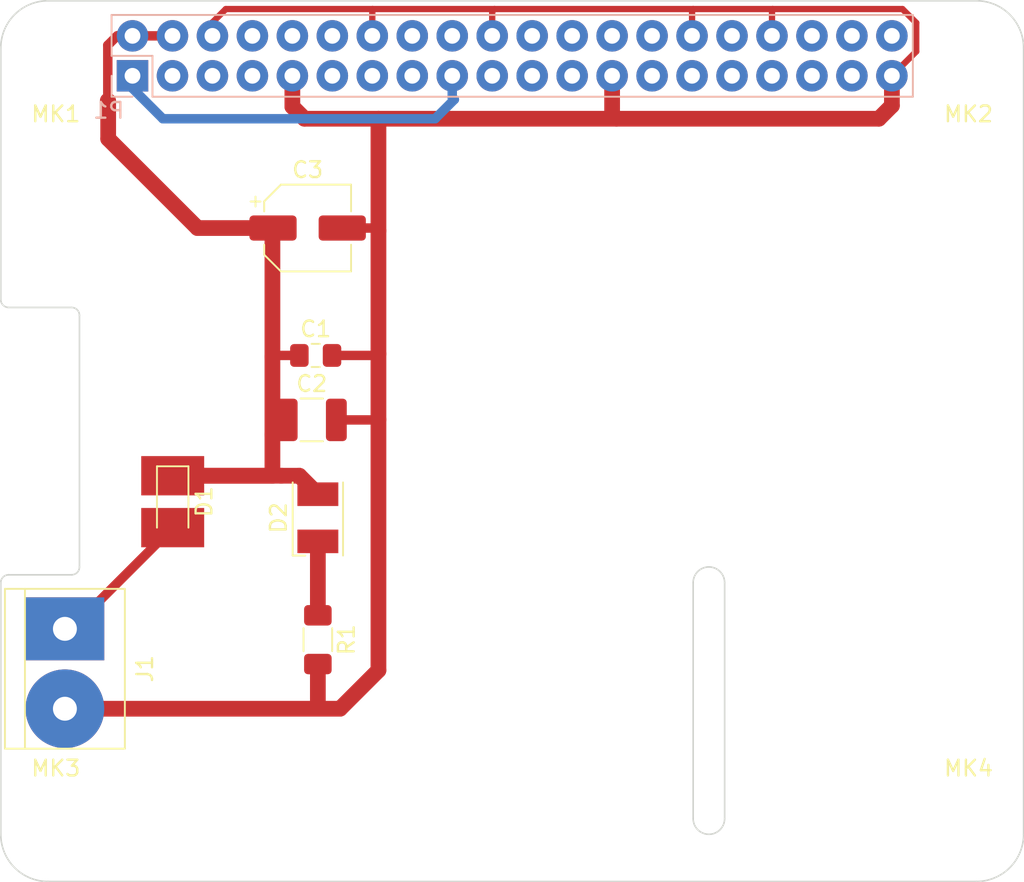
<source format=kicad_pcb>
(kicad_pcb (version 20211014) (generator pcbnew)
  (title_block (date "15 nov 2012"))
  (layers (0 "F.Cu" signal) (31 "B.Cu" signal) (34 "B.Paste" user) (35 "F.Paste" user) (36 "B.SilkS" user "B.Silkscreen") (37 "F.SilkS" user "F.Silkscreen") (38 "B.Mask" user) (39 "F.Mask" user) (44 "Edge.Cuts" user))
  (net 0 "")
  (net 1 "+3V3")
  (net 2 "+5V")
  (net 3 "GND")
  (net 4 "/ID_SD")
  (net 5 "/ID_SC")
  (net 6 "/GPIO5")
  (net 7 "/GPIO6")
  (net 8 "/GPIO26")
  (net 9 "/GPIO2(SDA1)")
  (net 10 "/GPIO3(SCL1)")
  (net 11 "/GPIO4(GCLK)")
  (net 12 "/GPIO14(TXD0)")
  (net 13 "/GPIO15(RXD0)")
  (net 14 "/GPIO17(GEN0)")
  (net 15 "/GPIO27(GEN2)")
  (net 16 "/GPIO22(GEN3)")
  (net 17 "/GPIO23(GEN4)")
  (net 18 "/GPIO24(GEN5)")
  (net 19 "/GPIO25(GEN6)")
  (net 20 "/GPIO18(GEN1)(PWM0)")
  (net 21 "/GPIO10(SPI0_MOSI)")
  (net 22 "/GPIO9(SPI0_MISO)")
  (net 23 "/GPIO11(SPI0_SCK)")
  (net 24 "/GPIO8(SPI0_CE_N)")
  (net 25 "/GPIO7(SPI1_CE_N)")
  (net 26 "/GPIO12(PWM0)")
  (net 27 "/GPIO13(PWM1)")
  (net 28 "/GPIO19(SPI1_MISO)")
  (net 29 "/GPIO16")
  (net 30 "/GPIO20(SPI1_MOSI)")
  (net 31 "/GPIO21(SPI1_SCK)")
  (net 32 "Net-(D1-Pad2)")
  (net 33 "Net-(D2-Pad1)")
  (footprint "MountingHole:MountingHole_2.7mm_M2.5" (layer "F.Cu") (at 203.5 97.5 180)
    (fp_text reference "MK1" (at 0 -3.7 180) (layer "F.SilkS"))
    (fp_text value "M2.5")
    (pad "" np_thru_hole circle locked (at 0 0 180) (size 2.7 2.7) (drill 2.7) (layers *.Cu *.Mask))
  )
  (footprint "MountingHole:MountingHole_2.7mm_M2.5" (layer "F.Cu") (at 261.5 97.5 180)
    (fp_text reference "MK2" (at 0 -3.7 180) (layer "F.SilkS"))
    (fp_text value "M2.5")
    (pad "" np_thru_hole circle locked (at 0 0 180) (size 2.7 2.7) (drill 2.7) (layers *.Cu *.Mask))
  )
  (footprint "MountingHole:MountingHole_2.7mm_M2.5" (layer "F.Cu") (at 203.5 146.5)
    (fp_text reference "MK3" (at 0 -3.7) (layer "F.SilkS"))
    (fp_text value "M2.5")
    (pad "" np_thru_hole circle locked (at 0 0) (size 2.7 2.7) (drill 2.7) (layers *.Cu *.Mask))
  )
  (footprint "MountingHole:MountingHole_2.7mm_M2.5" (layer "F.Cu") (at 261.5 146.5)
    (fp_text reference "MK4" (at 0 -3.7) (layer "F.SilkS"))
    (fp_text value "M2.5")
    (pad "" np_thru_hole circle locked (at 0 0) (size 2.7 2.7) (drill 2.7) (layers *.Cu *.Mask))
  )
  (footprint "Capacitor_SMD:C_1210_3225Metric_Pad1.33x2.70mm_HandSolder" (layer "F.Cu") (at 219.7625 120.65)
    (fp_text reference "C2" (at 0 -2.3) (layer "F.SilkS"))
    (fp_text value "1uF")
    (fp_line (start -0.711252 -1.36) (end 0.711252 -1.36) (layer "F.SilkS") (width 0.12))
    (fp_line (start -0.711252 1.36) (end 0.711252 1.36) (layer "F.SilkS") (width 0.12))
    (pad "1" smd roundrect locked (at -1.5625 0) (size 1.325 2.7) (layers "F.Cu" "F.Paste" "F.Mask") (roundrect_rratio 0.1886792453) (net 2 "+5V"))
    (pad "2" smd roundrect locked (at 1.5625 0) (size 1.325 2.7) (layers "F.Cu" "F.Paste" "F.Mask") (roundrect_rratio 0.1886792453) (net 3 "GND"))
  )
  (footprint "TerminalBlock:TerminalBlock_bornier-2_P5.08mm" (layer "F.Cu") (at 204.075 133.935 -90)
    (fp_text reference "J1" (at 2.54 -5.08 90) (layer "F.SilkS"))
    (fp_text value "Power")
    (fp_line (start -2.54 -3.81) (end -2.54 3.81) (layer "F.SilkS") (width 0.12))
    (fp_line (start -2.54 3.81) (end 7.62 3.81) (layer "F.SilkS") (width 0.12))
    (fp_line (start 7.62 2.54) (end -2.54 2.54) (layer "F.SilkS") (width 0.12))
    (fp_line (start 7.62 3.81) (end 7.62 -3.81) (layer "F.SilkS") (width 0.12))
    (fp_line (start 7.62 -3.81) (end -2.54 -3.81) (layer "F.SilkS") (width 0.12))
    (pad "1" thru_hole rect locked (at 0 0 270) (size 4 5) (drill 1.52) (layers *.Cu *.Mask) (net 32 "Net-(D1-Pad2)"))
    (pad "2" thru_hole circle locked (at 5.08 0 270) (size 5 5) (drill 1.52) (layers *.Cu *.Mask) (net 3 "GND"))
  )
  (footprint "Diode_SMD:D_SOD-123" (layer "F.Cu") (at 210.925 125.85 -90)
    (fp_text reference "D1" (at 0 -2 90) (layer "F.SilkS"))
    (fp_text value "1N5819HW")
    (fp_line (start -2.25 -1) (end -2.25 1) (layer "F.SilkS") (width 0.12))
    (fp_line (start -2.25 1) (end 1.65 1) (layer "F.SilkS") (width 0.12))
    (fp_line (start -2.25 -1) (end 1.65 -1) (layer "F.SilkS") (width 0.12))
    (pad "1" smd rect locked (at -1.65 0 270) (size 2.5 4) (layers "F.Cu" "F.Paste" "F.Mask") (net 2 "+5V"))
    (pad "2" smd rect locked (at 1.65 0 270) (size 2.5 4) (layers "F.Cu" "F.Paste" "F.Mask") (net 32 "Net-(D1-Pad2)"))
  )
  (footprint "Resistor_SMD:R_1206_3216Metric_Pad1.30x1.75mm_HandSolder" (layer "F.Cu") (at 220.15 134.625 -90)
    (fp_text reference "R1" (at 0 -1.82 90) (layer "F.SilkS"))
    (fp_text value "1k")
    (fp_line (start -0.727064 0.91) (end 0.727064 0.91) (layer "F.SilkS") (width 0.12))
    (fp_line (start -0.727064 -0.91) (end 0.727064 -0.91) (layer "F.SilkS") (width 0.12))
    (pad "1" smd roundrect locked (at -1.55 0 270) (size 1.3 1.75) (layers "F.Cu" "F.Paste" "F.Mask") (roundrect_rratio 0.1923076923) (net 33 "Net-(D2-Pad1)"))
    (pad "2" smd roundrect locked (at 1.55 0 270) (size 1.3 1.75) (layers "F.Cu" "F.Paste" "F.Mask") (roundrect_rratio 0.1923076923) (net 3 "GND"))
  )
  (footprint "LED_SMD:LED_PLCC-2" (layer "F.Cu") (at 220.15 126.875 90)
    (fp_text reference "D2" (at 0 -2.5 90) (layer "F.SilkS"))
    (fp_text value "Green")
    (fp_line (start 2.25 1.6) (end -2.4 1.6) (layer "F.SilkS") (width 0.12))
    (fp_line (start 2.25 -1.6) (end -2.4 -1.6) (layer "F.SilkS") (width 0.12))
    (fp_line (start -2.4 -1.6) (end -2.4 -0.8) (layer "F.SilkS") (width 0.12))
    (pad "1" smd rect locked (at -1.5 0 90) (size 1.5 2.6) (layers "F.Cu" "F.Paste" "F.Mask") (net 33 "Net-(D2-Pad1)"))
    (pad "2" smd rect locked (at 1.5 0 90) (size 1.5 2.6) (layers "F.Cu" "F.Paste" "F.Mask") (net 2 "+5V"))
  )
  (footprint "Capacitor_SMD:C_0805_2012Metric_Pad1.18x1.45mm_HandSolder" (layer "F.Cu") (at 220.0125 116.55)
    (fp_text reference "C1" (at 0 -1.68) (layer "F.SilkS"))
    (fp_text value "100nF")
    (fp_line (start -0.261252 0.735) (end 0.261252 0.735) (layer "F.SilkS") (width 0.12))
    (fp_line (start -0.261252 -0.735) (end 0.261252 -0.735) (layer "F.SilkS") (width 0.12))
    (pad "1" smd roundrect locked (at -1.0375 0) (size 1.175 1.45) (layers "F.Cu" "F.Paste" "F.Mask") (roundrect_rratio 0.2127659574) (net 2 "+5V"))
    (pad "2" smd roundrect locked (at 1.0375 0) (size 1.175 1.45) (layers "F.Cu" "F.Paste" "F.Mask") (roundrect_rratio 0.2127659574) (net 3 "GND"))
  )
  (footprint "Capacitor_SMD:CP_Elec_5x5.4" (layer "F.Cu") (at 219.5 108.45)
    (fp_text reference "C3" (at 0 -3.7) (layer "F.SilkS"))
    (fp_text value "10uF")
    (fp_line (start -2.76 1.695563) (end -2.76 1.06) (layer "F.SilkS") (width 0.12))
    (fp_line (start -1.695563 2.76) (end 2.76 2.76) (layer "F.SilkS") (width 0.12))
    (fp_line (start -2.76 -1.695563) (end -1.695563 -2.76) (layer "F.SilkS") (width 0.12))
    (fp_line (start -1.695563 -2.76) (end 2.76 -2.76) (layer "F.SilkS") (width 0.12))
    (fp_line (start -2.76 1.695563) (end -1.695563 2.76) (layer "F.SilkS") (width 0.12))
    (fp_line (start -3.625 -1.685) (end -3 -1.685) (layer "F.SilkS") (width 0.12))
    (fp_line (start 2.76 2.76) (end 2.76 1.06) (layer "F.SilkS") (width 0.12))
    (fp_line (start -2.76 -1.695563) (end -2.76 -1.06) (layer "F.SilkS") (width 0.12))
    (fp_line (start -3.3125 -1.9975) (end -3.3125 -1.3725) (layer "F.SilkS") (width 0.12))
    (fp_line (start 2.76 -2.76) (end 2.76 -1.06) (layer "F.SilkS") (width 0.12))
    (pad "1" smd roundrect locked (at -2.2 0) (size 3 1.6) (layers "F.Cu" "F.Paste" "F.Mask") (roundrect_rratio 0.15625) (net 2 "+5V"))
    (pad "2" smd roundrect locked (at 2.2 0) (size 3 1.6) (layers "F.Cu" "F.Paste" "F.Mask") (roundrect_rratio 0.15625) (net 3 "GND"))
  )
  (footprint "Connector_PinSocket_2.54mm:PinSocket_2x20_P2.54mm_Vertical" (layer "B.Cu") (at 208.37 98.77 -90)
    (fp_text reference "P1" (at 2.208 1.512) (layer "B.SilkS") (effects (justify mirror)))
    (fp_text value "Conn_02x20_Odd_Even")
    (fp_line (start -3.87 -49.59) (end 1.33 -49.59) (layer "B.SilkS") (width 0.12))
    (fp_line (start 1.33 -1.27) (end 1.33 -49.59) (layer "B.SilkS") (width 0.12))
    (fp_line (start 0 1.33) (end 1.33 1.33) (layer "B.SilkS") (width 0.12))
    (fp_line (start -3.87 1.33) (end -1.27 1.33) (layer "B.SilkS") (width 0.12))
    (fp_line (start 1.33 1.33) (end 1.33 0) (layer "B.SilkS") (width 0.12))
    (fp_line (start -1.27 1.33) (end -1.27 -1.27) (layer "B.SilkS") (width 0.12))
    (fp_line (start -1.27 -1.27) (end 1.33 -1.27) (layer "B.SilkS") (width 0.12))
    (fp_line (start -3.87 1.33) (end -3.87 -49.59) (layer "B.SilkS") (width 0.12))
    (pad "1" thru_hole rect locked (at 0 0 270) (size 2 2) (drill 1) (layers *.Cu *.Mask) (net 1 "+3V3"))
    (pad "2" thru_hole oval locked (at -2.54 0 270) (size 2 2) (drill 1) (layers *.Cu *.Mask) (net 2 "+5V"))
    (pad "3" thru_hole oval locked (at 0 -2.54 270) (size 2 2) (drill 1) (layers *.Cu *.Mask) (net 9 "/GPIO2(SDA1)"))
    (pad "4" thru_hole oval locked (at -2.54 -2.54 270) (size 2 2) (drill 1) (layers *.Cu *.Mask) (net 2 "+5V"))
    (pad "5" thru_hole oval locked (at 0 -5.08 270) (size 2 2) (drill 1) (layers *.Cu *.Mask) (net 10 "/GPIO3(SCL1)"))
    (pad "6" thru_hole oval locked (at -2.54 -5.08 270) (size 2 2) (drill 1) (layers *.Cu *.Mask) (net 3 "GND"))
    (pad "7" thru_hole oval locked (at 0 -7.62 270) (size 2 2) (drill 1) (layers *.Cu *.Mask) (net 11 "/GPIO4(GCLK)"))
    (pad "8" thru_hole oval locked (at -2.54 -7.62 270) (size 2 2) (drill 1) (layers *.Cu *.Mask) (net 12 "/GPIO14(TXD0)"))
    (pad "9" thru_hole oval locked (at 0 -10.16 270) (size 2 2) (drill 1) (layers *.Cu *.Mask) (net 3 "GND"))
    (pad "10" thru_hole oval locked (at -2.54 -10.16 270) (size 2 2) (drill 1) (layers *.Cu *.Mask) (net 13 "/GPIO15(RXD0)"))
    (pad "11" thru_hole oval locked (at 0 -12.7 270) (size 2 2) (drill 1) (layers *.Cu *.Mask) (net 14 "/GPIO17(GEN0)"))
    (pad "12" thru_hole oval locked (at -2.54 -12.7 270) (size 2 2) (drill 1) (layers *.Cu *.Mask) (net 20 "/GPIO18(GEN1)(PWM0)"))
    (pad "13" thru_hole oval locked (at 0 -15.24 270) (size 2 2) (drill 1) (layers *.Cu *.Mask) (net 15 "/GPIO27(GEN2)"))
    (pad "14" thru_hole oval locked (at -2.54 -15.24 270) (size 2 2) (drill 1) (layers *.Cu *.Mask) (net 3 "GND"))
    (pad "15" thru_hole oval locked (at 0 -17.78 270) (size 2 2) (drill 1) (layers *.Cu *.Mask) (net 16 "/GPIO22(GEN3)"))
    (pad "16" thru_hole oval locked (at -2.54 -17.78 270) (size 2 2) (drill 1) (layers *.Cu *.Mask) (net 17 "/GPIO23(GEN4)"))
    (pad "17" thru_hole oval locked (at 0 -20.32 270) (size 2 2) (drill 1) (layers *.Cu *.Mask) (net 1 "+3V3"))
    (pad "18" thru_hole oval locked (at -2.54 -20.32 270) (size 2 2) (drill 1) (layers *.Cu *.Mask) (net 18 "/GPIO24(GEN5)"))
    (pad "19" thru_hole oval locked (at 0 -22.86 270) (size 2 2) (drill 1) (layers *.Cu *.Mask) (net 21 "/GPIO10(SPI0_MOSI)"))
    (pad "20" thru_hole oval locked (at -2.54 -22.86 270) (size 2 2) (drill 1) (layers *.Cu *.Mask) (net 3 "GND"))
    (pad "21" thru_hole oval locked (at 0 -25.4 270) (size 2 2) (drill 1) (layers *.Cu *.Mask) (net 22 "/GPIO9(SPI0_MISO)"))
    (pad "22" thru_hole oval locked (at -2.54 -25.4 270) (size 2 2) (drill 1) (layers *.Cu *.Mask) (net 19 "/GPIO25(GEN6)"))
    (pad "23" thru_hole oval locked (at 0 -27.94 270) (size 2 2) (drill 1) (layers *.Cu *.Mask) (net 23 "/GPIO11(SPI0_SCK)"))
    (pad "24" thru_hole oval locked (at -2.54 -27.94 270) (size 2 2) (drill 1) (layers *.Cu *.Mask) (net 24 "/GPIO8(SPI0_CE_N)"))
    (pad "25" thru_hole oval locked (at 0 -30.48 270) (size 2 2) (drill 1) (layers *.Cu *.Mask) (net 3 "GND"))
    (pad "26" thru_hole oval locked (at -2.54 -30.48 270) (size 2 2) (drill 1) (layers *.Cu *.Mask) (net 25 "/GPIO7(SPI1_CE_N)"))
    (pad "27" thru_hole oval locked (at 0 -33.02 270) (size 2 2) (drill 1) (layers *.Cu *.Mask) (net 4 "/ID_SD"))
    (pad "28" thru_hole oval locked (at -2.54 -33.02 270) (size 2 2) (drill 1) (layers *.Cu *.Mask) (net 5 "/ID_SC"))
    (pad "29" thru_hole oval locked (at 0 -35.56 270) (size 2 2) (drill 1) (layers *.Cu *.Mask) (net 6 "/GPIO5"))
    (pad "30" thru_hole oval locked (at -2.54 -35.56 270) (size 2 2) (drill 1) (layers *.Cu *.Mask) (net 3 "GND"))
    (pad "31" thru_hole oval locked (at 0 -38.1 270) (size 2 2) (drill 1) (layers *.Cu *.Mask) (net 7 "/GPIO6"))
    (pad "32" thru_hole oval locked (at -2.54 -38.1 270) (size 2 2) (drill 1) (layers *.Cu *.Mask) (net 26 "/GPIO12(PWM0)"))
    (pad "33" thru_hole oval locked (at 0 -40.64 270) (size 2 2) (drill 1) (layers *.Cu *.Mask) (net 27 "/GPIO13(PWM1)"))
    (pad "34" thru_hole oval locked (at -2.54 -40.64 270) (size 2 2) (drill 1) (layers *.Cu *.Mask) (net 3 "GND"))
    (pad "35" thru_hole oval locked (at 0 -43.18 270) (size 2 2) (drill 1) (layers *.Cu *.Mask) (net 28 "/GPIO19(SPI1_MISO)"))
    (pad "36" thru_hole oval locked (at -2.54 -43.18 270) (size 2 2) (drill 1) (layers *.Cu *.Mask) (net 29 "/GPIO16"))
    (pad "37" thru_hole oval locked (at 0 -45.72 270) (size 2 2) (drill 1) (layers *.Cu *.Mask) (net 8 "/GPIO26"))
    (pad "38" thru_hole oval locked (at -2.54 -45.72 270) (size 2 2) (drill 1) (layers *.Cu *.Mask) (net 30 "/GPIO20(SPI1_MOSI)"))
    (pad "39" thru_hole oval locked (at 0 -48.26 270) (size 2 2) (drill 1) (layers *.Cu *.Mask) (net 3 "GND"))
    (pad "40" thru_hole oval locked (at -2.54 -48.26 270) (size 2 2) (drill 1) (layers *.Cu *.Mask) (net 31 "/GPIO21(SPI1_SCK)"))
  )
  (gr_arc (start 244 131) (mid 245 130) (end 246 131) (layer "Edge.Cuts") (width 0.1))
  (gr_arc (start 262 94) (mid 264.12132 94.87868) (end 265 97) (layer "Edge.Cuts") (width 0.1))
  (gr_line (start 204.5 130.5) (end 200.5 130.5) (layer "Edge.Cuts") (width 0.1))
  (gr_line (start 200 131) (end 200 147) (layer "Edge.Cuts") (width 0.1))
  (gr_line (start 205 114) (end 205 130) (layer "Edge.Cuts") (width 0.1))
  (gr_line (start 262 94) (end 203 94) (layer "Edge.Cuts") (width 0.1))
  (gr_arc (start 200 131) (mid 200.146138 130.646755) (end 200.499127 130.500001) (layer "Edge.Cuts") (width 0.1))
  (gr_line (start 246 131) (end 246 146) (layer "Edge.Cuts") (width 0.1))
  (gr_arc (start 205 130) (mid 204.853553 130.353553) (end 204.5 130.5) (layer "Edge.Cuts") (width 0.1))
  (gr_line (start 203 150) (end 262 150) (layer "Edge.Cuts") (width 0.1))
  (gr_arc (start 200 97) (mid 200.87868 94.87868) (end 203 94) (layer "Edge.Cuts") (width 0.1))
  (gr_arc (start 200.5 113.5) (mid 200.146447 113.353553) (end 200 113) (layer "Edge.Cuts") (width 0.1))
  (gr_arc (start 246 146) (mid 245 147) (end 244 146) (layer "Edge.Cuts") (width 0.1))
  (gr_arc (start 203 150) (mid 200.87868 149.12132) (end 200 147) (layer "Edge.Cuts") (width 0.1))
  (gr_arc (start 204.5 113.5) (mid 204.853553 113.646447) (end 205 114) (layer "Edge.Cuts") (width 0.1))
  (gr_arc (start 265 147) (mid 264.12132 149.12132) (end 262 150) (layer "Edge.Cuts") (width 0.1))
  (gr_line (start 265 147) (end 265 97) (layer "Edge.Cuts") (width 0.1))
  (gr_line (start 200 97) (end 200 113) (layer "Edge.Cuts") (width 0.1))
  (gr_line (start 200.5 113.5) (end 204.5 113.5) (layer "Edge.Cuts") (width 0.1))
  (gr_line (start 244 146) (end 244 131) (layer "Edge.Cuts") (width 0.1))
  (segment (start 228.69 100.14) (end 228.69 98.77) (width 0.6) (layer "B.Cu") (net 1))
  (segment (start 208.37 98.77) (end 208.37 99.57) (width 0.6) (layer "B.Cu") (net 1))
  (segment (start 228.825 100.275) (end 228.69 100.14) (width 0.6) (layer "B.Cu") (net 1))
  (segment (start 208.37 99.57) (end 210.3 101.5) (width 0.6) (layer "B.Cu") (net 1))
  (segment (start 210.3 101.5) (end 227.6 101.5) (width 0.6) (layer "B.Cu") (net 1))
  (segment (start 227.6 101.5) (end 228.825 100.275) (width 0.6) (layer "B.Cu") (net 1))
  (segment (start 208.37 96.23) (end 210.91 96.23) (width 0.6) (layer "F.Cu") (net 2))
  (segment (start 217.35 116.55) (end 217.2625 116.6375) (width 0.6) (layer "F.Cu") (net 2))
  (segment (start 206.8 100.35) (end 206.8 96.825) (width 0.6) (layer "F.Cu") (net 2))
  (segment (start 210.925 124.2) (end 217.825 124.2) (width 1) (layer "F.Cu") (net 2))
  (segment (start 218.975 116.55) (end 217.35 116.55) (width 0.6) (layer "F.Cu") (net 2))
  (segment (start 217.825 124.2) (end 218.975 124.2) (width 1) (layer "F.Cu") (net 2))
  (segment (start 206.825 102.775) (end 212.5 108.45) (width 1) (layer "F.Cu") (net 2))
  (segment (start 217.3 108.45) (end 217.2625 108.4875) (width 0.6) (layer "F.Cu") (net 2))
  (segment (start 217.2625 124.2) (end 217.2625 121.5875) (width 1) (layer "F.Cu") (net 2))
  (segment (start 217.2625 108.4875) (end 217.2625 116.6375) (width 1) (layer "F.Cu") (net 2))
  (segment (start 206.8 96.825) (end 207.395 96.23) (width 0.6) (layer "F.Cu") (net 2))
  (segment (start 212.5 108.45) (end 217.3 108.45) (width 1) (layer "F.Cu") (net 2))
  (segment (start 210.925 124.2) (end 217.2625 124.2) (width 1) (layer "F.Cu") (net 2))
  (segment (start 207.395 96.23) (end 208.37 96.23) (width 0.6) (layer "F.Cu") (net 2))
  (segment (start 206.825 100.375) (end 206.825 102.775) (width 1) (layer "F.Cu") (net 2))
  (segment (start 217.2625 116.6375) (end 217.2625 121.5875) (width 1) (layer "F.Cu") (net 2))
  (segment (start 218.975 124.2) (end 220.15 125.375) (width 1) (layer "F.Cu") (net 2))
  (segment (start 217.2625 121.5875) (end 218.2 120.65) (width 0.6) (layer "F.Cu") (net 2))
  (segment (start 206.8 100.35) (end 206.825 100.375) (width 1) (layer "F.Cu") (net 2))
  (segment (start 214.3 94.525) (end 223.625 94.525) (width 0.4) (layer "F.Cu") (net 3))
  (segment (start 218.53 98.77) (end 218.53 100.73) (width 1) (layer "F.Cu") (net 3))
  (segment (start 249.01 96.23) (end 249.01 94.565) (width 0.4) (layer "F.Cu") (net 3))
  (segment (start 258.175 97.225) (end 256.63 98.77) (width 0.4) (layer "F.Cu") (net 3))
  (segment (start 224 120.625) (end 224 116.45) (width 1) (layer "F.Cu") (net 3))
  (segment (start 224 108.625) (end 224 101.5) (width 1) (layer "F.Cu") (net 3))
  (segment (start 223.61 94.54) (end 223.625 94.525) (width 0.4) (layer "F.Cu") (net 3))
  (segment (start 238.85 98.77) (end 238.85 101.225) (width 1) (layer "F.Cu") (net 3))
  (segment (start 249.05 94.525) (end 257.3 94.525) (width 0.4) (layer "F.Cu") (net 3))
  (segment (start 243.93 96.23) (end 243.93 94.595) (width 0.4) (layer "F.Cu") (net 3))
  (segment (start 238.85 101.225) (end 239.125 101.5) (width 0.6) (layer "F.Cu") (net 3))
  (segment (start 223.825 108.45) (end 224 108.625) (width 0.6) (layer "F.Cu") (net 3))
  (segment (start 221.56 139.015) (end 224 136.575) (width 1) (layer "F.Cu") (net 3))
  (segment (start 223.975 120.65) (end 224 120.625) (width 0.6) (layer "F.Cu") (net 3))
  (segment (start 258.175 95.4) (end 258.175 97.225) (width 0.4) (layer "F.Cu") (net 3))
  (segment (start 257.3 94.525) (end 258.175 95.4) (width 0.4) (layer "F.Cu") (net 3))
  (segment (start 249.01 94.565) (end 249.05 94.525) (width 0.4) (layer "F.Cu") (net 3))
  (segment (start 213.45 95.375) (end 214.3 94.525) (width 0.4) (layer "F.Cu") (net 3))
  (segment (start 221.05 116.55) (end 223.9 116.55) (width 0.6) (layer "F.Cu") (net 3))
  (segment (start 231.23 94.67) (end 231.375 94.525) (width 0.4) (layer "F.Cu") (net 3))
  (segment (start 221.325 120.65) (end 223.975 120.65) (width 0.6) (layer "F.Cu") (net 3))
  (segment (start 255.8 101.5) (end 256.63 100.67) (width 1) (layer "F.Cu") (net 3))
  (segment (start 213.45 96.23) (end 213.45 95.375) (width 0.4) (layer "F.Cu") (net 3))
  (segment (start 243.93 94.595) (end 244 94.525) (width 0.4) (layer "F.Cu") (net 3))
  (segment (start 244 94.525) (end 249.05 94.525) (width 0.4) (layer "F.Cu") (net 3))
  (segment (start 220.15 138.625) (end 220.54 139.015) (width 0.2) (layer "F.Cu") (net 3))
  (segment (start 224 136.575) (end 224 120.625) (width 1) (layer "F.Cu") (net 3))
  (segment (start 223.625 94.525) (end 231.375 94.525) (width 0.4) (layer "F.Cu") (net 3))
  (segment (start 219.3 101.5) (end 224 101.5) (width 1) (layer "F.Cu") (net 3))
  (segment (start 221.7 108.45) (end 223.825 108.45) (width 0.6) (layer "F.Cu") (net 3))
  (segment (start 220.15 136.175) (end 220.15 138.625) (width 1) (layer "F.Cu") (net 3))
  (segment (start 256.63 100.67) (end 256.63 98.77) (width 1) (layer "F.Cu") (net 3))
  (segment (start 218.53 100.73) (end 219.3 101.5) (width 1) (layer "F.Cu") (net 3))
  (segment (start 239.125 101.5) (end 255.8 101.5) (width 1) (layer "F.Cu") (net 3))
  (segment (start 223.9 116.55) (end 224 116.45) (width 0.6) (layer "F.Cu") (net 3))
  (segment (start 204.075 139.015) (end 220.54 139.015) (width 1) (layer "F.Cu") (net 3))
  (segment (start 224 116.45) (end 224 108.625) (width 1) (layer "F.Cu") (net 3))
  (segment (start 224 101.5) (end 239.125 101.5) (width 1) (layer "F.Cu") (net 3))
  (segment (start 223.61 96.23) (end 223.61 94.54) (width 0.4) (layer "F.Cu") (net 3))
  (segment (start 220.54 139.015) (end 221.56 139.015) (width 1) (layer "F.Cu") (net 3))
  (segment (start 231.23 96.23) (end 231.23 94.67) (width 0.4) (layer "F.Cu") (net 3))
  (segment (start 231.375 94.525) (end 244 94.525) (width 0.4) (layer "F.Cu") (net 3))
  (segment (start 204.075 133.935) (end 204.49 133.935) (width 0.6) (layer "F.Cu") (net 32))
  (segment (start 204.49 133.935) (end 210.925 127.5) (width 0.6) (layer "F.Cu") (net 32))
  (segment (start 220.15 128.375) (end 220.15 133.075) (width 1) (layer "F.Cu") (net 33))
)
</source>
